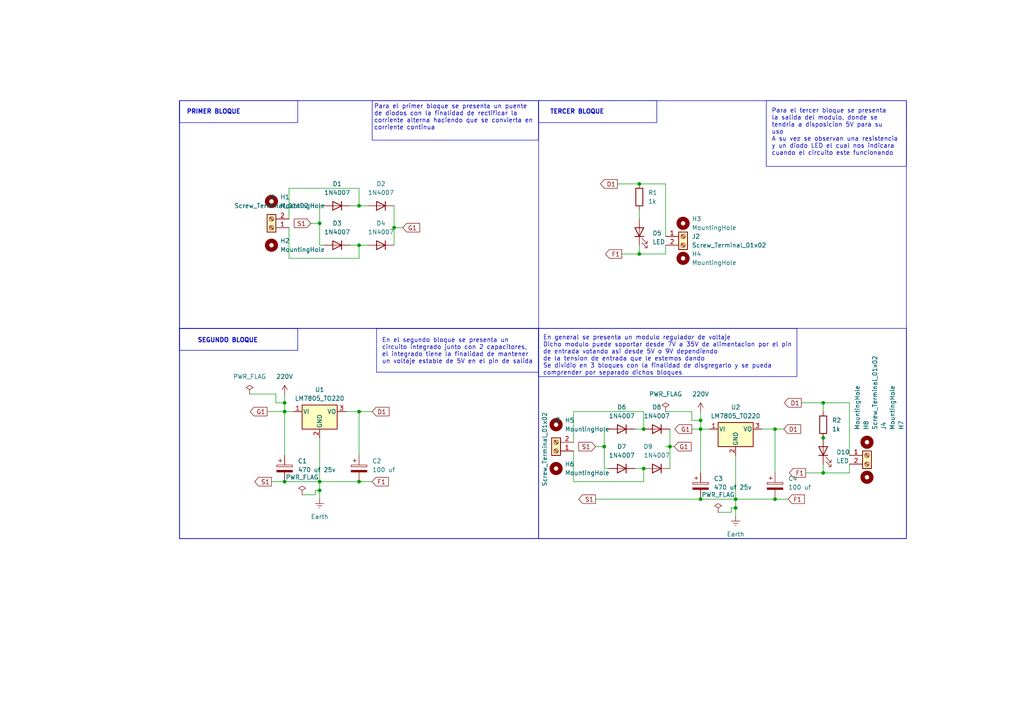
<source format=kicad_sch>
(kicad_sch (version 20231120) (generator "eeschema") (generator_version "8.0")
  (paper "A4")
  (title_block (title "Modulo regulador de voltaje"))
  (lib_symbols
    (symbol "Connector:Screw_Terminal_01x02" (pin_names (offset 1.016) hide)
      (property "Reference" "J" (at 0 2.54 0))
      (property "Value" "Screw_Terminal_01x02" (at 0 -5.08 0))
      (symbol "Screw_Terminal_01x02_1_1"
        (rectangle (start -1.27 1.27) (end 1.27 -3.81) (stroke (width 0.254)) (fill (type background)))
        (circle (center 0 -2.54) (radius 0.635) (stroke (width 0.1524)))
        (polyline (pts (xy -0.5334 -2.2098) (xy 0.3302 -3.048)) (stroke (width 0.1524)))
        (polyline (pts (xy -0.5334 0.3302) (xy 0.3302 -0.508)) (stroke (width 0.1524)))
        (polyline (pts (xy -0.3556 -2.032) (xy 0.508 -2.8702)) (stroke (width 0.1524)))
        (polyline (pts (xy -0.3556 0.508) (xy 0.508 -0.3302)) (stroke (width 0.1524)))
        (circle (center 0 0) (radius 0.635) (stroke (width 0.1524)))
        (pin passive line (at -5.08 0 0) (length 3.81) (name "Pin_1") (number "1"))
        (pin passive line (at -5.08 -2.54 0) (length 3.81) (name "Pin_2") (number "2"))
      )
    )
    (symbol "Device:C_Polarized" (pin_numbers hide) (pin_names (offset 0.254))
      (property "Reference" "C" (at 0.635 2.54 0))
      (property "Value" "C_Polarized" (at 0.635 -2.54 0))
      (symbol "C_Polarized_0_1"
        (rectangle (start -2.286 0.508) (end 2.286 1.016))
        (polyline (pts (xy -1.778 2.286) (xy -0.762 2.286)))
        (polyline (pts (xy -1.27 2.794) (xy -1.27 1.778)))
        (rectangle (start 2.286 -0.508) (end -2.286 -1.016) (fill (type outline)))
      )
      (symbol "C_Polarized_1_1"
        (pin passive line (at 0 3.81 270) (length 2.794) (name "~") (number "1"))
        (pin passive line (at 0 -3.81 90) (length 2.794) (name "~") (number "2"))
      )
    )
    (symbol "Device:LED" (pin_numbers hide) (pin_names (offset 1.016) hide)
      (property "Reference" "D" (at 0 2.54 0))
      (property "Value" "LED" (at 0 -2.54 0))
      (symbol "LED_0_1"
        (polyline (pts (xy -1.27 -1.27) (xy -1.27 1.27)) (stroke (width 0.254)))
        (polyline (pts (xy -1.27 0) (xy 1.27 0)))
        (polyline (pts (xy 1.27 -1.27) (xy 1.27 1.27) (xy -1.27 0) (xy 1.27 -1.27)) (stroke (width 0.254)))
        (polyline (pts (xy -3.048 -0.762) (xy -4.572 -2.286) (xy -3.81 -2.286) (xy -4.572 -2.286) (xy -4.572 -1.524)))
        (polyline (pts (xy -1.778 -0.762) (xy -3.302 -2.286) (xy -2.54 -2.286) (xy -3.302 -2.286) (xy -3.302 -1.524)))
      )
      (symbol "LED_1_1"
        (pin passive line (at -3.81 0 0) (length 2.54) (name "K") (number "1"))
        (pin passive line (at 3.81 0 180) (length 2.54) (name "A") (number "2"))
      )
    )
    (symbol "Device:R" (pin_numbers hide) (pin_names (offset 0))
      (property "Reference" "R" (at 2.032 0 90))
      (property "Value" "R" (at 0 0 90))
      (symbol "R_0_1"
        (rectangle (start -1.016 -2.54) (end 1.016 2.54) (stroke (width 0.254)))
      )
      (symbol "R_1_1"
        (pin passive line (at 0 3.81 270) (length 1.27) (name "~") (number "1"))
        (pin passive line (at 0 -3.81 90) (length 1.27) (name "~") (number "2"))
      )
    )
    (symbol "Diode:1N4007" (pin_numbers hide) (pin_names hide)
      (property "Reference" "D" (at 0 2.54 0))
      (property "Value" "1N4007" (at 0 -2.54 0))
      (symbol "1N4007_0_1"
        (polyline (pts (xy -1.27 1.27) (xy -1.27 -1.27)) (stroke (width 0.254)))
        (polyline (pts (xy 1.27 0) (xy -1.27 0)))
        (polyline (pts (xy 1.27 1.27) (xy 1.27 -1.27) (xy -1.27 0) (xy 1.27 1.27)) (stroke (width 0.254)))
      )
      (symbol "1N4007_1_1"
        (pin passive line (at -3.81 0 0) (length 2.54) (name "K") (number "1"))
        (pin passive line (at 3.81 0 180) (length 2.54) (name "A") (number "2"))
      )
    )
    (symbol "Mechanical:MountingHole" (pin_names (offset 1.016)) (exclude_from_sim yes) (in_bom no)
      (property "Reference" "H" (at 0 5.08 0))
      (property "Value" "MountingHole" (at 0 3.175 0))
      (symbol "MountingHole_0_1"
        (circle (center 0 0) (radius 1.27) (stroke (width 1.27)))
      )
    )
    (symbol "Regulator_Linear:LM7805_TO220" (pin_names (offset 0.254))
      (property "Reference" "U" (at -3.81 3.175 0))
      (property "Value" "LM7805_TO220" (at 0 3.175 0))
      (symbol "LM7805_TO220_0_1"
        (rectangle (start -5.08 1.905) (end 5.08 -5.08) (stroke (width 0.254)) (fill (type background)))
      )
      (symbol "LM7805_TO220_1_1"
        (pin power_in line (at -7.62 0 0) (length 2.54) (name "VI") (number "1"))
        (pin power_in line (at 0 -7.62 90) (length 2.54) (name "GND") (number "2"))
        (pin power_out line (at 7.62 0 180) (length 2.54) (name "VO") (number "3"))
      )
    )
    (symbol "power:+48V" (power) (pin_numbers hide) (pin_names (offset 0) hide)
      (property "Value" "+48V" (at 0 3.556 0))
      (symbol "+48V_0_1"
        (polyline (pts (xy -0.762 1.27) (xy 0 2.54)))
        (polyline (pts (xy 0 0) (xy 0 2.54)))
        (polyline (pts (xy 0 2.54) (xy 0.762 1.27)))
      )
      (symbol "+48V_1_1"
        (pin power_in line (at 0 0 90) (length 0) (name "~") (number "1"))
      )
    )
    (symbol "power:Earth" (power) (pin_numbers hide) (pin_names (offset 0) hide)
      (property "Value" "Earth" (at 0 -3.81 0))
      (symbol "Earth_0_1"
        (polyline (pts (xy -0.635 -1.905) (xy 0.635 -1.905)))
        (polyline (pts (xy -0.127 -2.54) (xy 0.127 -2.54)))
        (polyline (pts (xy 0 -1.27) (xy 0 0)))
        (polyline (pts (xy 1.27 -1.27) (xy -1.27 -1.27)))
      )
      (symbol "Earth_1_1"
        (pin power_in line (at 0 0 270) (length 0) (name "~") (number "1"))
      )
    )
    (symbol "power:PWR_FLAG" (power) (pin_numbers hide) (pin_names (offset 0) hide)
      (property "Value" "PWR_FLAG" (at 0 3.81 0))
      (symbol "PWR_FLAG_0_0"
        (pin power_out line (at 0 0 90) (length 0) (name "~") (number "1"))
      )
      (symbol "PWR_FLAG_0_1"
        (polyline (pts (xy 0 0) (xy 0 1.27) (xy -1.016 1.905) (xy 0 2.54) (xy 1.016 1.905) (xy 0 1.27)))
      )
    )
  )
  (junction (at 82.55 116.84))
  (junction (at 213.36 144.78))
  (junction (at 203.2 121.92))
  (junction (at 238.76 116.84))
  (junction (at 104.14 139.7))
  (junction (at 104.14 59.69))
  (junction (at 185.42 53.34))
  (junction (at 238.76 127))
  (junction (at 104.14 119.38))
  (junction (at 92.71 139.7))
  (junction (at 213.36 147.32))
  (junction (at 194.31 129.54))
  (junction (at 224.79 124.46))
  (junction (at 186.69 135.89))
  (junction (at 224.79 144.78))
  (junction (at 238.76 137.16))
  (junction (at 104.14 71.12))
  (junction (at 175.26 129.54))
  (junction (at 185.42 73.66))
  (junction (at 203.2 144.78))
  (junction (at 82.55 139.7))
  (junction (at 114.3 66.04))
  (junction (at 92.71 64.77))
  (junction (at 186.69 124.46))
  (junction (at 92.71 142.24))
  (junction (at 203.2 124.46))
  (junction (at 82.55 119.38))
  (wire (pts (xy 83.82 54.61) (xy 104.14 54.61)))
  (wire (pts (xy 104.14 139.7) (xy 107.95 139.7)))
  (wire (pts (xy 91.44 143.51) (xy 91.44 142.24)))
  (wire (pts (xy 200.66 119.38) (xy 200.66 121.92)))
  (wire (pts (xy 104.14 119.38) (xy 107.95 119.38)))
  (wire (pts (xy 92.71 144.78) (xy 92.71 142.24)))
  (wire (pts (xy 220.98 124.46) (xy 224.79 124.46)))
  (wire (pts (xy 82.55 119.38) (xy 82.55 132.08)))
  (wire (pts (xy 233.68 137.16) (xy 238.76 137.16)))
  (wire (pts (xy 78.74 139.7) (xy 82.55 139.7)))
  (wire (pts (xy 83.82 54.61) (xy 83.82 63.5)))
  (wire (pts (xy 246.38 134.62) (xy 246.38 137.16)))
  (wire (pts (xy 238.76 119.38) (xy 238.76 116.84)))
  (wire (pts (xy 224.79 144.78) (xy 228.6 144.78)))
  (wire (pts (xy 91.44 142.24) (xy 92.71 142.24)))
  (wire (pts (xy 114.3 66.04) (xy 116.84 66.04)))
  (wire (pts (xy 92.71 64.77) (xy 92.71 71.12)))
  (wire (pts (xy 185.42 73.66) (xy 185.42 71.12)))
  (wire (pts (xy 92.71 71.12) (xy 93.98 71.12)))
  (wire (pts (xy 85.09 119.38) (xy 82.55 119.38)))
  (wire (pts (xy 238.76 127) (xy 238.76 129.54)))
  (wire (pts (xy 172.72 129.54) (xy 175.26 129.54)))
  (wire (pts (xy 82.55 116.84) (xy 82.55 119.38)))
  (wire (pts (xy 166.37 119.38) (xy 186.69 119.38)))
  (wire (pts (xy 203.2 144.78) (xy 213.36 144.78)))
  (wire (pts (xy 104.14 119.38) (xy 104.14 132.08)))
  (wire (pts (xy 193.04 129.54) (xy 194.31 129.54)))
  (wire (pts (xy 184.15 135.89) (xy 186.69 135.89)))
  (wire (pts (xy 104.14 71.12) (xy 104.14 74.93)))
  (wire (pts (xy 87.63 143.51) (xy 91.44 143.51)))
  (wire (pts (xy 100.33 119.38) (xy 104.14 119.38)))
  (wire (pts (xy 232.41 116.84) (xy 238.76 116.84)))
  (wire (pts (xy 114.3 59.69) (xy 114.3 66.04)))
  (wire (pts (xy 213.36 144.78) (xy 224.79 144.78)))
  (wire (pts (xy 104.14 71.12) (xy 106.68 71.12)))
  (wire (pts (xy 77.47 119.38) (xy 82.55 119.38)))
  (wire (pts (xy 238.76 137.16) (xy 238.76 134.62)))
  (wire (pts (xy 72.39 114.3) (xy 80.01 114.3)))
  (wire (pts (xy 92.71 59.69) (xy 92.71 64.77)))
  (wire (pts (xy 186.69 135.89) (xy 186.69 139.7)))
  (wire (pts (xy 101.6 59.69) (xy 104.14 59.69)))
  (wire (pts (xy 114.3 66.04) (xy 114.3 71.12)))
  (wire (pts (xy 92.71 142.24) (xy 92.71 139.7)))
  (wire (pts (xy 80.01 116.84) (xy 82.55 116.84)))
  (wire (pts (xy 193.04 68.58) (xy 193.04 53.34)))
  (wire (pts (xy 193.04 119.38) (xy 200.66 119.38)))
  (wire (pts (xy 101.6 71.12) (xy 104.14 71.12)))
  (wire (pts (xy 203.2 121.92) (xy 203.2 124.46)))
  (wire (pts (xy 186.69 119.38) (xy 186.69 124.46)))
  (wire (pts (xy 180.34 73.66) (xy 185.42 73.66)))
  (wire (pts (xy 224.79 124.46) (xy 224.79 137.16)))
  (wire (pts (xy 203.2 119.38) (xy 203.2 121.92)))
  (wire (pts (xy 172.72 144.78) (xy 203.2 144.78)))
  (wire (pts (xy 213.36 132.08) (xy 213.36 144.78)))
  (wire (pts (xy 92.71 139.7) (xy 104.14 139.7)))
  (wire (pts (xy 166.37 139.7) (xy 186.69 139.7)))
  (wire (pts (xy 92.71 59.69) (xy 93.98 59.69)))
  (wire (pts (xy 83.82 74.93) (xy 83.82 66.04)))
  (wire (pts (xy 246.38 116.84) (xy 238.76 116.84)))
  (wire (pts (xy 82.55 139.7) (xy 92.71 139.7)))
  (wire (pts (xy 200.66 124.46) (xy 203.2 124.46)))
  (wire (pts (xy 179.07 53.34) (xy 185.42 53.34)))
  (wire (pts (xy 193.04 73.66) (xy 185.42 73.66)))
  (wire (pts (xy 80.01 114.3) (xy 80.01 116.84)))
  (wire (pts (xy 185.42 60.96) (xy 185.42 63.5)))
  (wire (pts (xy 90.17 64.77) (xy 92.71 64.77)))
  (wire (pts (xy 193.04 71.12) (xy 193.04 73.66)))
  (wire (pts (xy 213.36 147.32) (xy 213.36 144.78)))
  (wire (pts (xy 175.26 129.54) (xy 175.26 135.89)))
  (wire (pts (xy 208.28 148.59) (xy 212.09 148.59)))
  (wire (pts (xy 213.36 149.86) (xy 213.36 147.32)))
  (wire (pts (xy 166.37 119.38) (xy 166.37 128.27)))
  (wire (pts (xy 83.82 74.93) (xy 104.14 74.93)))
  (wire (pts (xy 92.71 127) (xy 92.71 139.7)))
  (wire (pts (xy 194.31 129.54) (xy 195.58 129.54)))
  (wire (pts (xy 246.38 137.16) (xy 238.76 137.16)))
  (wire (pts (xy 212.09 147.32) (xy 213.36 147.32)))
  (wire (pts (xy 175.26 124.46) (xy 176.53 124.46)))
  (wire (pts (xy 212.09 148.59) (xy 212.09 147.32)))
  (wire (pts (xy 205.74 124.46) (xy 203.2 124.46)))
  (wire (pts (xy 82.55 114.3) (xy 82.55 116.84)))
  (wire (pts (xy 184.15 124.46) (xy 186.69 124.46)))
  (wire (pts (xy 246.38 132.08) (xy 246.38 116.84)))
  (wire (pts (xy 104.14 59.69) (xy 106.68 59.69)))
  (wire (pts (xy 193.04 53.34) (xy 185.42 53.34)))
  (wire (pts (xy 224.79 124.46) (xy 227.33 124.46)))
  (wire (pts (xy 200.66 121.92) (xy 203.2 121.92)))
  (wire (pts (xy 175.26 124.46) (xy 175.26 129.54)))
  (wire (pts (xy 175.26 135.89) (xy 176.53 135.89)))
  (wire (pts (xy 166.37 139.7) (xy 166.37 130.81)))
  (wire (pts (xy 194.31 129.54) (xy 194.31 135.89)))
  (wire (pts (xy 194.31 124.46) (xy 194.31 129.54)))
  (wire (pts (xy 104.14 54.61) (xy 104.14 59.69)))
  (wire (pts (xy 203.2 124.46) (xy 203.2 137.16)))
  (rectangle (start 156.21 95.25) (end 262.89 156.21))
  (rectangle (start 52.07 29.21) (end 156.21 95.25))
  (rectangle (start 222.25 29.21) (end 262.89 48.26))
  (rectangle (start 107.95 29.21) (end 156.21 40.64))
  (rectangle (start 156.21 95.25) (end 231.14 109.22))
  (rectangle (start 52.07 95.25) (end 156.21 156.21))
  (rectangle (start 156.21 29.21) (end 190.5 35.56))
  (rectangle (start 52.07 29.21) (end 86.36 35.56))
  (rectangle (start 52.07 95.25) (end 86.36 101.6))
  (rectangle (start 52.07 29.21) (end 262.89 156.21))
  (rectangle (start 109.22 95.25) (end 156.21 107.95))
  (text "En el segundo bloque se presenta un\ncircuito integrado junto con 2 capacitores,\nel integrado tiene la finalidad de mantener\nun voltaje estable de 5V en el pin de salida " (at 110.744 101.854 0) (effects (font (size 1.27 1.27)) (justify left)))
  (text "TERCER BLOQUE\n" (at 167.386 32.512 0) (effects (font (size 1.27 1.27) (bold yes))))
  (text "Para el primer bloque se presenta un puente \nde diodos con la finalidad de rectificar la \ncorriente alterna haciendo que se convierta en\ncorriente continua\n" (at 108.458 34.036 0) (effects (font (size 1.27 1.27)) (justify left)))
  (text "PRIMER BLOQUE" (at 61.976 32.512 0) (effects (font (size 1.27 1.27) (thickness 0.254) (bold yes))))
  (text "En general se presenta un modulo regulador de voltaje \nDicho modulo puede soportar desde 7V a 35V de alimentacion por el pin \nde entrada votando asi desde 5V o 9V dependiendo\nde la tension de entrada que le estemos dando\nSe dividio en 3 bloques con la finalidad de disgregarlo y se pueda\ncomprender por separado dichos bloques\n" (at 157.48 103.124 0) (effects (font (size 1.27 1.27)) (justify left)))
  (text "Para el tercer bloque se presenta \nla salida del modulo, donde se\ntendria a disposicion 5V para su \nuso\nA su vez se observan una resistencia\ny un diodo LED el cual nos indicara \ncuando el circuito este funcionando\n" (at 223.774 38.354 0) (effects (font (size 1.27 1.27)) (justify left)))
  (text "SEGUNDO BLOQUE \n" (at 66.548 98.806 0) (effects (font (size 1.27 1.27) (bold yes))))
  (global_label "G1" (shape output) (at 77.47 119.38 180) (property "Intersheetrefs" "${INTERSHEET_REFS}" (effects (hide yes))))
  (global_label "G1" (shape input) (at 116.84 66.04 0) (property "Intersheetrefs" "${INTERSHEET_REFS}" (effects (hide yes))))
  (global_label "G1" (shape input) (at 195.58 129.54 0) (property "Intersheetrefs" "${INTERSHEET_REFS}" (effects (hide yes))))
  (global_label "S1" (shape input) (at 90.17 64.77 180) (property "Intersheetrefs" "${INTERSHEET_REFS}" (effects (hide yes))))
  (global_label "F1" (shape output) (at 180.34 73.66 180) (property "Intersheetrefs" "${INTERSHEET_REFS}" (effects (hide yes))))
  (global_label "D1" (shape output) (at 232.41 116.84 180) (property "Intersheetrefs" "${INTERSHEET_REFS}" (effects (hide yes))))
  (global_label "F1" (shape input) (at 107.95 139.7 0) (property "Intersheetrefs" "${INTERSHEET_REFS}" (effects (hide yes))))
  (global_label "S1" (shape output) (at 78.74 139.7 180) (property "Intersheetrefs" "${INTERSHEET_REFS}" (effects (hide yes))))
  (global_label "D1" (shape input) (at 227.33 124.46 0) (property "Intersheetrefs" "${INTERSHEET_REFS}" (effects (hide yes))))
  (global_label "D1" (shape output) (at 179.07 53.34 180) (property "Intersheetrefs" "${INTERSHEET_REFS}" (effects (hide yes))))
  (global_label "S1" (shape output) (at 172.72 144.78 180) (property "Intersheetrefs" "${INTERSHEET_REFS}" (effects (hide yes))))
  (global_label "D1" (shape input) (at 107.95 119.38 0) (property "Intersheetrefs" "${INTERSHEET_REFS}" (effects (hide yes))))
  (global_label "G1" (shape output) (at 200.66 124.46 180) (property "Intersheetrefs" "${INTERSHEET_REFS}" (effects (hide yes))))
  (global_label "F1" (shape output) (at 233.68 137.16 180) (property "Intersheetrefs" "${INTERSHEET_REFS}" (effects (hide yes))))
  (global_label "F1" (shape input) (at 228.6 144.78 0) (property "Intersheetrefs" "${INTERSHEET_REFS}" (effects (hide yes))))
  (global_label "S1" (shape input) (at 172.72 129.54 180) (property "Intersheetrefs" "${INTERSHEET_REFS}" (effects (hide yes))))
  (symbol (lib_id "power:PWR_FLAG") (at 208.28 148.59 0) (unit 1)
    (property "Reference" "#FLG04" (effects (hide yes)))
    (property "Value" "PWR_FLAG" (at 208.28 143.51 0))
    (property "Description" "Special symbol for telling ERC where power comes from" (effects (hide yes)))
  )
  (symbol (lib_id "power:+48V") (at 82.55 114.3 0) (unit 1)
    (property "Reference" "#PWR01" (effects (hide yes)))
    (property "Value" "220V" (at 82.55 109.22 0))
    (property "Description" "Power symbol creates a global label with name \"+48V\"" (effects (hide yes)))
  )
  (symbol (lib_id "Mechanical:MountingHole") (at 78.74 71.12 0) (unit 1) (exclude_from_sim yes) (in_bom no)
    (property "Reference" "H2" (at 81.28 69.8499 0) (effects (justify left)))
    (property "Value" "MountingHole" (at 81.28 72.3899 0) (effects (justify left)))
    (property "Footprint" "MountingHole:MountingHole_2.7mm_M2.5_Pad_TopOnly" (effects (hide yes)))
    (property "Description" "Mounting Hole without connection" (effects (hide yes)))
  )
  (symbol (lib_id "Diode:1N4007") (at 180.34 124.46 180) (unit 1)
    (property "Reference" "D6" (at 180.34 118.11 0))
    (property "Value" "1N4007" (at 180.34 120.65 0))
    (property "Footprint" "Diode_THT:D_DO-41_SOD81_P10.16mm_Horizontal" (effects (hide yes)))
    (property "Datasheet" "http://www.vishay.com/docs/88503/1n4001.pdf" (effects (hide yes)))
    (property "Description" "1000V 1A General Purpose Rectifier Diode, DO-41" (effects (hide yes)))
    (property "Sim.Device" "D" (effects (hide yes)))
    (property "Sim.Pins" "1=K 2=A" (effects (hide yes)))
  )
  (symbol (lib_id "Diode:1N4007") (at 190.5 135.89 180) (unit 1)
    (property "Reference" "D9" (at 187.96 129.54 0))
    (property "Value" "1N4007" (at 190.5 132.08 0))
    (property "Footprint" "Diode_THT:D_DO-41_SOD81_P10.16mm_Horizontal" (effects (hide yes)))
    (property "Datasheet" "http://www.vishay.com/docs/88503/1n4001.pdf" (effects (hide yes)))
    (property "Description" "1000V 1A General Purpose Rectifier Diode, DO-41" (effects (hide yes)))
    (property "Sim.Device" "D" (effects (hide yes)))
    (property "Sim.Pins" "1=K 2=A" (effects (hide yes)))
  )
  (symbol (lib_id "Device:C_Polarized") (at 203.2 140.97 0) (unit 1)
    (property "Reference" "C3" (at 207.01 138.8109 0) (effects (justify left)))
    (property "Value" "470 uf 25v" (at 207.01 141.3509 0) (effects (justify left)))
    (property "Footprint" "Capacitor_THT:CP_Radial_D8.0mm_P3.50mm" (effects (hide yes)))
    (property "Description" "Polarized capacitor" (effects (hide yes)))
  )
  (symbol (lib_id "Device:C_Polarized") (at 104.14 135.89 0) (unit 1)
    (property "Reference" "C2" (at 107.95 133.7309 0) (effects (justify left)))
    (property "Value" "100 uf" (at 107.95 136.2709 0) (effects (justify left)))
    (property "Footprint" "Capacitor_THT:CP_Radial_D5.0mm_P2.50mm" (effects (hide yes)))
    (property "Description" "Polarized capacitor" (effects (hide yes)))
  )
  (symbol (lib_id "Diode:1N4007") (at 110.49 71.12 180) (unit 1)
    (property "Reference" "D4" (at 110.49 64.77 0))
    (property "Value" "1N4007" (at 110.49 67.31 0))
    (property "Footprint" "Diode_THT:D_DO-41_SOD81_P10.16mm_Horizontal" (effects (hide yes)))
    (property "Datasheet" "http://www.vishay.com/docs/88503/1n4001.pdf" (effects (hide yes)))
    (property "Description" "1000V 1A General Purpose Rectifier Diode, DO-41" (effects (hide yes)))
    (property "Sim.Device" "D" (effects (hide yes)))
    (property "Sim.Pins" "1=K 2=A" (effects (hide yes)))
  )
  (symbol (lib_id "Diode:1N4007") (at 110.49 59.69 180) (unit 1)
    (property "Reference" "D2" (at 110.49 53.34 0))
    (property "Value" "1N4007" (at 110.49 55.88 0))
    (property "Footprint" "Diode_THT:D_DO-41_SOD81_P10.16mm_Horizontal" (effects (hide yes)))
    (property "Datasheet" "http://www.vishay.com/docs/88503/1n4001.pdf" (effects (hide yes)))
    (property "Description" "1000V 1A General Purpose Rectifier Diode, DO-41" (effects (hide yes)))
    (property "Sim.Device" "D" (effects (hide yes)))
    (property "Sim.Pins" "1=K 2=A" (effects (hide yes)))
  )
  (symbol (lib_id "Device:R") (at 238.76 123.19 0) (unit 1)
    (property "Reference" "R2" (at 241.3 121.9199 0) (effects (justify left)))
    (property "Value" "1k " (at 241.3 124.4599 0) (effects (justify left)))
    (property "Footprint" "Resistor_THT:R_Axial_DIN0204_L3.6mm_D1.6mm_P7.62mm_Horizontal" (effects (hide yes)))
    (property "Description" "Resistor" (effects (hide yes)))
  )
  (symbol (lib_id "Regulator_Linear:LM7805_TO220") (at 213.36 124.46 0) (unit 1)
    (property "Reference" "U2" (at 213.36 118.11 0))
    (property "Value" "LM7805_TO220" (at 213.36 120.65 0))
    (property "Footprint" "Package_TO_SOT_THT:TO-220-3_Vertical" (effects (hide yes)))
    (property "Datasheet" "https://www.onsemi.cn/PowerSolutions/document/MC7800-D.PDF" (effects (hide yes)))
    (property "Description" "Positive 1A 35V Linear Regulator, Fixed Output 5V, TO-220" (effects (hide yes)))
  )
  (symbol (lib_id "Device:C_Polarized") (at 82.55 135.89 0) (unit 1)
    (property "Reference" "C1" (at 86.36 133.7309 0) (effects (justify left)))
    (property "Value" "470 uf 25v" (at 86.36 136.2709 0) (effects (justify left)))
    (property "Footprint" "Capacitor_THT:CP_Radial_D8.0mm_P3.50mm" (effects (hide yes)))
    (property "Description" "Polarized capacitor" (effects (hide yes)))
  )
  (symbol (lib_id "Mechanical:MountingHole") (at 78.74 58.42 0) (unit 1) (exclude_from_sim yes) (in_bom no)
    (property "Reference" "H1" (at 81.28 57.1499 0) (effects (justify left)))
    (property "Value" "MountingHole" (at 81.28 59.6899 0) (effects (justify left)))
    (property "Footprint" "MountingHole:MountingHole_2.7mm_M2.5_Pad_TopOnly" (effects (hide yes)))
    (property "Description" "Mounting Hole without connection" (effects (hide yes)))
  )
  (symbol (lib_id "Mechanical:MountingHole") (at 161.29 123.19 0) (unit 1) (exclude_from_sim yes) (in_bom no)
    (property "Reference" "H5" (at 163.83 121.9199 0) (effects (justify left)))
    (property "Value" "MountingHole" (at 163.83 124.4599 0) (effects (justify left)))
    (property "Footprint" "MountingHole:MountingHole_2.7mm_M2.5_Pad_TopOnly" (effects (hide yes)))
    (property "Description" "Mounting Hole without connection" (effects (hide yes)))
  )
  (symbol (lib_id "Mechanical:MountingHole") (at 198.12 64.77 0) (unit 1) (exclude_from_sim yes) (in_bom no)
    (property "Reference" "H3" (at 200.66 63.4999 0) (effects (justify left)))
    (property "Value" "MountingHole" (at 200.66 66.0399 0) (effects (justify left)))
    (property "Footprint" "MountingHole:MountingHole_2.7mm_M2.5_Pad_TopOnly" (effects (hide yes)))
    (property "Description" "Mounting Hole without connection" (effects (hide yes)))
  )
  (symbol (lib_id "Connector:Screw_Terminal_01x02") (at 198.12 68.58 0) (unit 1)
    (property "Reference" "J2" (at 200.66 68.5799 0) (effects (justify left)))
    (property "Value" "Screw_Terminal_01x02" (at 200.66 71.1199 0) (effects (justify left)))
    (property "Footprint" "TerminalBlock:TerminalBlock_bornier-2_P5.08mm" (effects (hide yes)))
    (property "Description" "Generic screw terminal, single row, 01x02, script generated (kicad-library-utils/schlib/autogen/connector/)" (effects (hide yes)))
  )
  (symbol (lib_id "Diode:1N4007") (at 190.5 124.46 180) (unit 1)
    (property "Reference" "D8" (at 190.5 118.11 0))
    (property "Value" "1N4007" (at 190.5 120.65 0))
    (property "Footprint" "Diode_THT:D_DO-41_SOD81_P10.16mm_Horizontal" (effects (hide yes)))
    (property "Datasheet" "http://www.vishay.com/docs/88503/1n4001.pdf" (effects (hide yes)))
    (property "Description" "1000V 1A General Purpose Rectifier Diode, DO-41" (effects (hide yes)))
    (property "Sim.Device" "D" (effects (hide yes)))
    (property "Sim.Pins" "1=K 2=A" (effects (hide yes)))
  )
  (symbol (lib_id "power:Earth") (at 213.36 149.86 0) (unit 1)
    (property "Reference" "#PWR04" (effects (hide yes)))
    (property "Value" "Earth" (at 213.36 154.94 0))
    (property "Description" "Power symbol creates a global label with name \"Earth\"" (effects (hide yes)))
  )
  (symbol (lib_id "Connector:Screw_Terminal_01x02") (at 251.46 132.08 0) (unit 1)
    (property "Reference" "J4" (at 256.286 124.714 90) (effects (justify left)))
    (property "Value" "Screw_Terminal_01x02" (at 253.746 124.714 90) (effects (justify left)))
    (property "Footprint" "TerminalBlock:TerminalBlock_bornier-2_P5.08mm" (effects (hide yes)))
    (property "Description" "Generic screw terminal, single row, 01x02, script generated (kicad-library-utils/schlib/autogen/connector/)" (effects (hide yes)))
  )
  (symbol (lib_id "Diode:1N4007") (at 97.79 71.12 180) (unit 1)
    (property "Reference" "D3" (at 97.79 64.77 0))
    (property "Value" "1N4007" (at 97.79 67.31 0))
    (property "Footprint" "Diode_THT:D_DO-41_SOD81_P10.16mm_Horizontal" (effects (hide yes)))
    (property "Datasheet" "http://www.vishay.com/docs/88503/1n4001.pdf" (effects (hide yes)))
    (property "Description" "1000V 1A General Purpose Rectifier Diode, DO-41" (effects (hide yes)))
    (property "Sim.Device" "D" (effects (hide yes)))
    (property "Sim.Pins" "1=K 2=A" (effects (hide yes)))
  )
  (symbol (lib_id "power:PWR_FLAG") (at 72.39 114.3 0) (unit 1)
    (property "Reference" "#FLG01" (effects (hide yes)))
    (property "Value" "PWR_FLAG" (at 72.39 109.22 0))
    (property "Description" "Special symbol for telling ERC where power comes from" (effects (hide yes)))
  )
  (symbol (lib_id "Mechanical:MountingHole") (at 251.46 128.27 0) (unit 1) (exclude_from_sim yes) (in_bom no)
    (property "Reference" "H7" (at 261.366 124.714 90) (effects (justify left)))
    (property "Value" "MountingHole" (at 258.826 124.714 90) (effects (justify left)))
    (property "Footprint" "MountingHole:MountingHole_2.7mm_M2.5_Pad_TopOnly" (effects (hide yes)))
    (property "Description" "Mounting Hole without connection" (effects (hide yes)))
  )
  (symbol (lib_id "Device:LED") (at 185.42 67.31 90) (unit 1)
    (property "Reference" "D5" (at 189.23 67.6274 90) (effects (justify right)))
    (property "Value" "LED" (at 189.23 70.1674 90) (effects (justify right)))
    (property "Footprint" "LED_THT:LED_D3.0mm" (effects (hide yes)))
    (property "Description" "Light emitting diode" (effects (hide yes)))
  )
  (symbol (lib_id "Diode:1N4007") (at 97.79 59.69 180) (unit 1)
    (property "Reference" "D1" (at 97.79 53.34 0))
    (property "Value" "1N4007" (at 97.79 55.88 0))
    (property "Footprint" "Diode_THT:D_DO-41_SOD81_P10.16mm_Horizontal" (effects (hide yes)))
    (property "Datasheet" "http://www.vishay.com/docs/88503/1n4001.pdf" (effects (hide yes)))
    (property "Description" "1000V 1A General Purpose Rectifier Diode, DO-41" (effects (hide yes)))
    (property "Sim.Device" "D" (effects (hide yes)))
    (property "Sim.Pins" "1=K 2=A" (effects (hide yes)))
  )
  (symbol (lib_id "Regulator_Linear:LM7805_TO220") (at 92.71 119.38 0) (unit 1)
    (property "Reference" "U1" (at 92.71 113.03 0))
    (property "Value" "LM7805_TO220" (at 92.71 115.57 0))
    (property "Footprint" "Package_TO_SOT_THT:TO-220-3_Vertical" (effects (hide yes)))
    (property "Datasheet" "https://www.onsemi.cn/PowerSolutions/document/MC7800-D.PDF" (effects (hide yes)))
    (property "Description" "Positive 1A 35V Linear Regulator, Fixed Output 5V, TO-220" (effects (hide yes)))
  )
  (symbol (lib_id "power:+48V") (at 203.2 119.38 0) (unit 1)
    (property "Reference" "#PWR03" (effects (hide yes)))
    (property "Value" "220V" (at 203.2 114.3 0))
    (property "Description" "Power symbol creates a global label with name \"+48V\"" (effects (hide yes)))
  )
  (symbol (lib_id "Device:R") (at 185.42 57.15 0) (unit 1)
    (property "Reference" "R1" (at 187.96 55.8799 0) (effects (justify left)))
    (property "Value" "1k " (at 187.96 58.4199 0) (effects (justify left)))
    (property "Footprint" "Resistor_THT:R_Axial_DIN0204_L3.6mm_D1.6mm_P7.62mm_Horizontal" (effects (hide yes)))
    (property "Description" "Resistor" (effects (hide yes)))
  )
  (symbol (lib_id "Mechanical:MountingHole") (at 251.46 138.43 0) (unit 1) (exclude_from_sim yes) (in_bom no)
    (property "Reference" "H8" (at 251.206 124.714 90) (effects (justify left)))
    (property "Value" "MountingHole" (at 248.666 124.714 90) (effects (justify left)))
    (property "Footprint" "MountingHole:MountingHole_2.7mm_M2.5_Pad_TopOnly" (effects (hide yes)))
    (property "Description" "Mounting Hole without connection" (effects (hide yes)))
  )
  (symbol (lib_id "Device:C_Polarized") (at 224.79 140.97 0) (unit 1)
    (property "Reference" "C4" (at 228.6 138.8109 0) (effects (justify left)))
    (property "Value" "100 uf" (at 228.6 141.3509 0) (effects (justify left)))
    (property "Footprint" "Capacitor_THT:CP_Radial_D5.0mm_P2.50mm" (effects (hide yes)))
    (property "Description" "Polarized capacitor" (effects (hide yes)))
  )
  (symbol (lib_id "power:PWR_FLAG") (at 87.63 143.51 0) (unit 1)
    (property "Reference" "#FLG02" (effects (hide yes)))
    (property "Value" "PWR_FLAG" (at 87.63 138.43 0))
    (property "Description" "Special symbol for telling ERC where power comes from" (effects (hide yes)))
  )
  (symbol (lib_id "Diode:1N4007") (at 180.34 135.89 180) (unit 1)
    (property "Reference" "D7" (at 180.34 129.54 0))
    (property "Value" "1N4007" (at 180.34 132.08 0))
    (property "Footprint" "Diode_THT:D_DO-41_SOD81_P10.16mm_Horizontal" (effects (hide yes)))
    (property "Datasheet" "http://www.vishay.com/docs/88503/1n4001.pdf" (effects (hide yes)))
    (property "Description" "1000V 1A General Purpose Rectifier Diode, DO-41" (effects (hide yes)))
    (property "Sim.Device" "D" (effects (hide yes)))
    (property "Sim.Pins" "1=K 2=A" (effects (hide yes)))
  )
  (symbol (lib_id "Mechanical:MountingHole") (at 161.29 135.89 0) (unit 1) (exclude_from_sim yes) (in_bom no)
    (property "Reference" "H6" (at 163.83 134.6199 0) (effects (justify left)))
    (property "Value" "MountingHole" (at 163.83 137.1599 0) (effects (justify left)))
    (property "Footprint" "MountingHole:MountingHole_2.7mm_M2.5_Pad_TopOnly" (effects (hide yes)))
    (property "Description" "Mounting Hole without connection" (effects (hide yes)))
  )
  (symbol (lib_id "power:PWR_FLAG") (at 193.04 119.38 0) (unit 1)
    (property "Reference" "#FLG03" (effects (hide yes)))
    (property "Value" "PWR_FLAG" (at 193.04 114.3 0))
    (property "Description" "Special symbol for telling ERC where power comes from" (effects (hide yes)))
  )
  (symbol (lib_id "power:Earth") (at 92.71 144.78 0) (unit 1)
    (property "Reference" "#PWR02" (effects (hide yes)))
    (property "Value" "Earth" (at 92.71 149.86 0))
    (property "Description" "Power symbol creates a global label with name \"Earth\"" (effects (hide yes)))
  )
  (symbol (lib_id "Connector:Screw_Terminal_01x02") (at 78.74 66.04 180) (unit 1)
    (property "Reference" "J1" (at 78.74 57.15 0))
    (property "Value" "Screw_Terminal_01x02" (at 78.74 59.69 0))
    (property "Footprint" "TerminalBlock:TerminalBlock_bornier-2_P5.08mm" (effects (hide yes)))
    (property "Description" "Generic screw terminal, single row, 01x02, script generated (kicad-library-utils/schlib/autogen/connector/)" (effects (hide yes)))
  )
  (symbol (lib_id "Device:LED") (at 238.76 130.81 90) (unit 1)
    (property "Reference" "D10" (at 242.57 131.1274 90) (effects (justify right)))
    (property "Value" "LED" (at 242.57 133.6674 90) (effects (justify right)))
    (property "Footprint" "LED_THT:LED_D3.0mm" (effects (hide yes)))
    (property "Description" "Light emitting diode" (effects (hide yes)))
  )
  (symbol (lib_id "Connector:Screw_Terminal_01x02") (at 161.29 130.81 180) (unit 1)
    (property "Reference" "J3" (at 161.29 121.92 0))
    (property "Value" "Screw_Terminal_01x02" (at 157.988 130.302 90))
    (property "Footprint" "TerminalBlock:TerminalBlock_bornier-2_P5.08mm" (effects (hide yes)))
    (property "Description" "Generic screw terminal, single row, 01x02, script generated (kicad-library-utils/schlib/autogen/connector/)" (effects (hide yes)))
  )
  (symbol (lib_id "Mechanical:MountingHole") (at 198.12 74.93 0) (unit 1) (exclude_from_sim yes) (in_bom no)
    (property "Reference" "H4" (at 200.66 73.6599 0) (effects (justify left)))
    (property "Value" "MountingHole" (at 200.66 76.1999 0) (effects (justify left)))
    (property "Footprint" "MountingHole:MountingHole_2.7mm_M2.5_Pad_TopOnly" (effects (hide yes)))
    (property "Description" "Mounting Hole without connection" (effects (hide yes)))
  )
)
</source>
